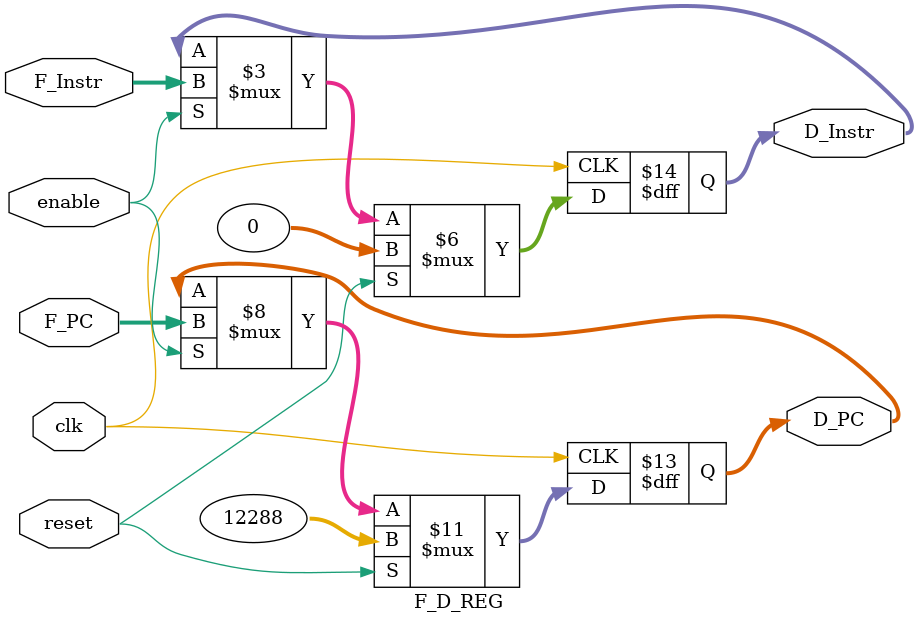
<source format=v>
`timescale 1ns / 1ps

module F_D_REG(
    input [31:0] F_PC,
    input [31:0] F_Instr,
    input clk,
    input reset,
    input enable,   // ~stall
    output reg [31:0] D_PC,
    output reg [31:0] D_Instr
);
    initial begin
        D_PC <= 32'h0000_3000;
        D_Instr <= 32'b00;
    end
    always@(posedge clk) begin
        if(reset) begin
            D_PC <= 32'h0000_3000;
            D_Instr <= 32'b00;
        end else if(enable) begin
            D_PC <= F_PC;
            D_Instr <= F_Instr;
        end
    end
endmodule
</source>
